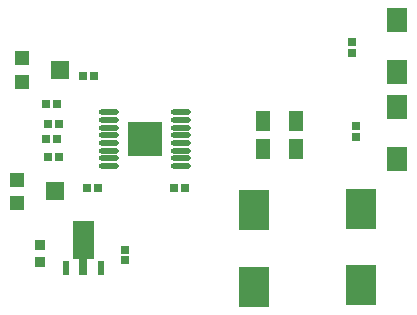
<source format=gbr>
%FSTAX23Y23*%
%MOIN*%
%SFA1B1*%

%IPPOS*%
%ADD15R,0.047244X0.047244*%
%ADD16R,0.059055X0.062992*%
%ADD17R,0.021654X0.051181*%
%ADD18R,0.031496X0.058071*%
%ADD19R,0.098425X0.137795*%
%ADD20R,0.035909X0.037744*%
%ADD21R,0.026476X0.029106*%
%ADD22R,0.028165X0.026476*%
%ADD23O,0.066929X0.017716*%
%ADD24R,0.118110X0.118110*%
%ADD25R,0.027559X0.025591*%
%ADD26R,0.045500X0.067252*%
%ADD27R,0.070866X0.082677*%
%LNmtr_dvr_pcb_paste_top-1*%
%LPD*%
G36*
X04132Y02556D02*
X04059D01*
Y0268*
X04132*
Y02556*
G37*
G54D15*
X03874Y02819D03*
Y0274D03*
X03889Y03224D03*
Y03145D03*
G54D16*
X04002Y0278D03*
X04017Y03185D03*
G54D17*
X04036Y02525D03*
X04155D03*
G54D18*
X04095Y02528D03*
G54D19*
X0502Y02467D03*
Y02722D03*
X04665Y02462D03*
Y02717D03*
G54D20*
X0395Y02603D03*
Y02546D03*
G54D21*
X04235Y02586D03*
Y0255D03*
X0499Y03278D03*
Y03241D03*
X05005Y02998D03*
Y02961D03*
G54D22*
X04435Y0279D03*
X04397D03*
G54D23*
X04179Y03044D03*
Y03018D03*
Y02993D03*
Y02967D03*
Y02942D03*
Y02916D03*
Y02891D03*
Y02865D03*
X0442Y03044D03*
Y03018D03*
Y02993D03*
Y02967D03*
Y02942D03*
Y02916D03*
Y02891D03*
Y02865D03*
G54D24*
X043Y02955D03*
G54D25*
X03976Y02895D03*
X04013D03*
X03971Y02955D03*
X04008D03*
X04095Y03165D03*
X04132D03*
X04106Y0279D03*
X04143D03*
X03971Y0307D03*
X04008D03*
X03976Y03005D03*
X04013D03*
G54D26*
X04804Y0292D03*
X04695D03*
X04804Y03015D03*
X04695D03*
G54D27*
X0514Y03351D03*
Y03178D03*
Y03061D03*
Y02888D03*
M02*
</source>
